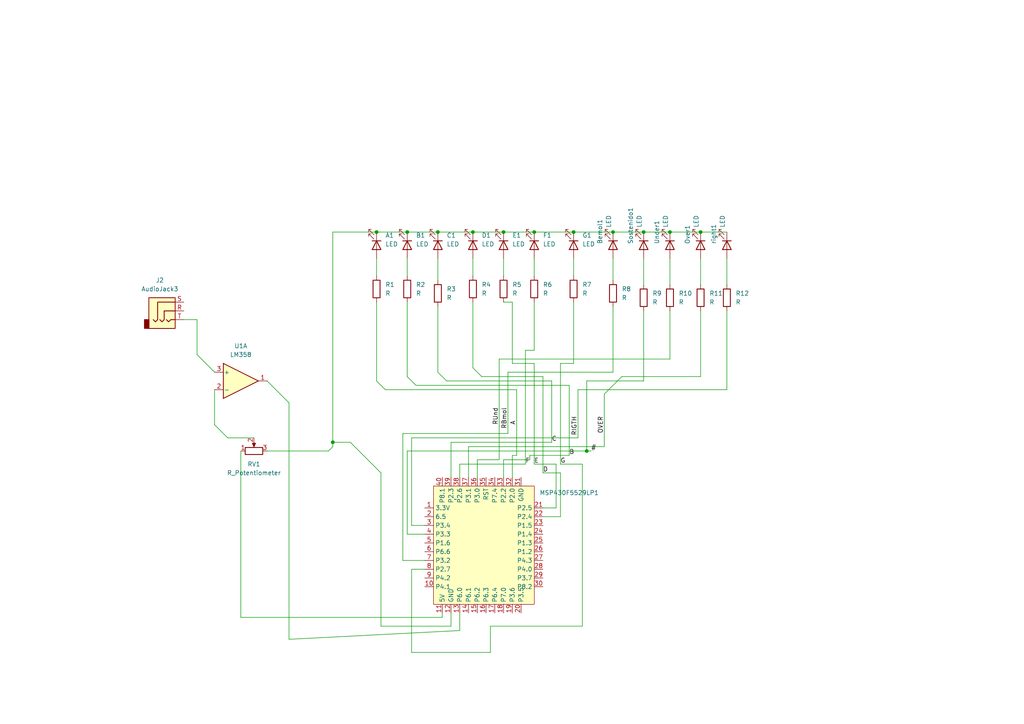
<source format=kicad_sch>
(kicad_sch (version 20230121) (generator eeschema)
  (paper "A4")
  (lib_symbols
    (symbol "Amplifier_Operational:LM358" (pin_names (offset 0.127))
      (property "Reference" "U" (at 0 5.08 0))
      (property "Value" "LM358" (at 0 -5.08 0))
      (symbol "LM358_1_1"
        (polyline (pts (xy -5.08 5.08) (xy 5.08 0) (xy -5.08 -5.08) (xy -5.08 5.08)) (stroke (width 0.254)) (fill (type background)))
        (pin output line (at 7.62 0 180) (length 2.54) (name "~") (number "1"))
        (pin input line (at -7.62 -2.54 0) (length 2.54) (name "-") (number "2"))
        (pin input line (at -7.62 2.54 0) (length 2.54) (name "+") (number "3"))
      )
      (symbol "LM358_2_1"
        (polyline (pts (xy -5.08 5.08) (xy 5.08 0) (xy -5.08 -5.08) (xy -5.08 5.08)) (stroke (width 0.254)) (fill (type background)))
        (pin input line (at -7.62 2.54 0) (length 2.54) (name "+") (number "5"))
        (pin input line (at -7.62 -2.54 0) (length 2.54) (name "-") (number "6"))
        (pin output line (at 7.62 0 180) (length 2.54) (name "~") (number "7"))
      )
      (symbol "LM358_3_1"
        (pin power_in line (at -2.54 -7.62 90) (length 3.81) (name "V-") (number "4"))
        (pin power_in line (at -2.54 7.62 270) (length 3.81) (name "V+") (number "8"))
      )
    )
    (symbol "Connector_Audio:AudioJack3"
      (property "Reference" "J" (at 0 8.89 0))
      (property "Value" "AudioJack3" (at 0 6.35 0))
      (symbol "AudioJack3_0_1"
        (rectangle (start -5.08 -5.08) (end -6.35 -2.54) (stroke (width 0.254)) (fill (type outline)))
        (polyline (pts (xy 0 -2.54) (xy 0.635 -3.175) (xy 1.27 -2.54) (xy 2.54 -2.54)) (stroke (width 0.254)))
        (polyline (pts (xy -1.905 -2.54) (xy -1.27 -3.175) (xy -0.635 -2.54) (xy -0.635 0) (xy 2.54 0)) (stroke (width 0.254)))
        (polyline (pts (xy 2.54 2.54) (xy -2.54 2.54) (xy -2.54 -2.54) (xy -3.175 -3.175) (xy -3.81 -2.54)) (stroke (width 0.254)))
        (rectangle (start 2.54 3.81) (end -5.08 -5.08) (stroke (width 0.254)) (fill (type background)))
      )
      (symbol "AudioJack3_1_1"
        (pin passive line (at 5.08 0 180) (length 2.54) (name "~") (number "R"))
        (pin passive line (at 5.08 2.54 180) (length 2.54) (name "~") (number "S"))
        (pin passive line (at 5.08 -2.54 180) (length 2.54) (name "~") (number "T"))
      )
    )
    (symbol "Device:LED" (pin_numbers hide) (pin_names (offset 1.016) hide)
      (property "Reference" "D" (at 0 2.54 0))
      (property "Value" "LED" (at 0 -2.54 0))
      (symbol "LED_0_1"
        (polyline (pts (xy -1.27 -1.27) (xy -1.27 1.27)) (stroke (width 0.254)))
        (polyline (pts (xy -1.27 0) (xy 1.27 0)))
        (polyline (pts (xy 1.27 -1.27) (xy 1.27 1.27) (xy -1.27 0) (xy 1.27 -1.27)) (stroke (width 0.254)))
        (polyline (pts (xy -3.048 -0.762) (xy -4.572 -2.286) (xy -3.81 -2.286) (xy -4.572 -2.286) (xy -4.572 -1.524)))
        (polyline (pts (xy -1.778 -0.762) (xy -3.302 -2.286) (xy -2.54 -2.286) (xy -3.302 -2.286) (xy -3.302 -1.524)))
      )
      (symbol "LED_1_1"
        (pin passive line (at -3.81 0 0) (length 2.54) (name "K") (number "1"))
        (pin passive line (at 3.81 0 180) (length 2.54) (name "A") (number "2"))
      )
    )
    (symbol "Device:R" (pin_numbers hide) (pin_names (offset 0))
      (property "Reference" "R" (at 2.032 0 90))
      (property "Value" "R" (at 0 0 90))
      (symbol "R_0_1"
        (rectangle (start -1.016 -2.54) (end 1.016 2.54) (stroke (width 0.254)))
      )
      (symbol "R_1_1"
        (pin passive line (at 0 3.81 270) (length 1.27) (name "~") (number "1"))
        (pin passive line (at 0 -3.81 90) (length 1.27) (name "~") (number "2"))
      )
    )
    (symbol "Device:R_Potentiometer" (pin_names (offset 1.016) hide)
      (property "Reference" "RV" (at -4.445 0 90))
      (property "Value" "R_Potentiometer" (at -2.54 0 90))
      (symbol "R_Potentiometer_0_1"
        (polyline (pts (xy 2.54 0) (xy 1.524 0)))
        (polyline (pts (xy 1.143 0) (xy 2.286 0.508) (xy 2.286 -0.508) (xy 1.143 0)) (fill (type outline)))
        (rectangle (start 1.016 2.54) (end -1.016 -2.54) (stroke (width 0.254)))
      )
      (symbol "R_Potentiometer_1_1"
        (pin passive line (at 0 3.81 270) (length 1.27) (name "1") (number "1"))
        (pin passive line (at 3.81 0 180) (length 1.27) (name "2") (number "2"))
        (pin passive line (at 0 -3.81 90) (length 1.27) (name "3") (number "3"))
      )
    )
    (symbol "MSP430F5529LP_CADs:MSP430F5529LP"
      (property "Reference" "MSP430F5529LP" (at 8.89 -11.43 0))
      (symbol "MSP430F5529LP_1_1"
        (rectangle (start -6.35 3.81) (end 22.86 -30.48) (fill (type background)))
        (pin output line (at -8.89 -2.54 0) (length 2.54) (name "3.3V") (number "1"))
        (pin bidirectional line (at -8.89 -25.4 0) (length 2.54) (name "P4.1") (number "10"))
        (pin output line (at -3.81 -33.02 90) (length 2.54) (name "5V") (number "11"))
        (pin input line (at -1.27 -33.02 90) (length 2.54) (name "GND") (number "12"))
        (pin bidirectional line (at 1.27 -33.02 90) (length 2.54) (name "P6.0") (number "13"))
        (pin bidirectional line (at 3.81 -33.02 90) (length 2.54) (name "P6.1") (number "14"))
        (pin bidirectional line (at 6.35 -33.02 90) (length 2.54) (name "P6.2") (number "15"))
        (pin bidirectional line (at 8.89 -33.02 90) (length 2.54) (name "P6.3") (number "16"))
        (pin bidirectional line (at 11.43 -33.02 90) (length 2.54) (name "P6.4") (number "17"))
        (pin bidirectional line (at 13.97 -33.02 90) (length 2.54) (name "P7.0") (number "18"))
        (pin bidirectional line (at 16.51 -33.02 90) (length 2.54) (name "P3.6") (number "19"))
        (pin bidirectional line (at -8.89 -5.08 0) (length 2.54) (name "6.5") (number "2"))
        (pin bidirectional line (at 19.05 -33.02 90) (length 2.54) (name "P3.5") (number "20"))
        (pin bidirectional line (at 25.4 -2.54 180) (length 2.54) (name "P2.5") (number "21"))
        (pin bidirectional line (at 25.4 -5.08 180) (length 2.54) (name "P2.4") (number "22"))
        (pin bidirectional line (at 25.4 -7.62 180) (length 2.54) (name "P1.5") (number "23"))
        (pin bidirectional line (at 25.4 -10.16 180) (length 2.54) (name "P1.4") (number "24"))
        (pin bidirectional line (at 25.4 -12.7 180) (length 2.54) (name "P1.3") (number "25"))
        (pin bidirectional line (at 25.4 -15.24 180) (length 2.54) (name "P1.2") (number "26"))
        (pin bidirectional line (at 25.4 -17.78 180) (length 2.54) (name "P4.3") (number "27"))
        (pin bidirectional line (at 25.4 -20.32 180) (length 2.54) (name "P4.0") (number "28"))
        (pin bidirectional line (at 25.4 -22.86 180) (length 2.54) (name "P3.7") (number "29"))
        (pin bidirectional line (at -8.89 -7.62 0) (length 2.54) (name "P3.4") (number "3"))
        (pin bidirectional line (at 25.4 -25.4 180) (length 2.54) (name "P8.2") (number "30"))
        (pin input line (at 19.05 6.35 270) (length 2.54) (name "GND") (number "31"))
        (pin bidirectional line (at 16.51 6.35 270) (length 2.54) (name "P2.0") (number "32"))
        (pin bidirectional line (at 13.97 6.35 270) (length 2.54) (name "P2.2") (number "33"))
        (pin bidirectional line (at 11.43 6.35 270) (length 2.54) (name "P7.4") (number "34"))
        (pin input line (at 8.89 6.35 270) (length 2.54) (name "RST") (number "35"))
        (pin bidirectional line (at 6.35 6.35 270) (length 2.54) (name "P3.0") (number "36"))
        (pin bidirectional line (at 3.81 6.35 270) (length 2.54) (name "P3.1") (number "37"))
        (pin bidirectional line (at 1.27 6.35 270) (length 2.54) (name "P2.6") (number "38"))
        (pin bidirectional line (at -1.27 6.35 270) (length 2.54) (name "P2.3") (number "39"))
        (pin bidirectional line (at -8.89 -10.16 0) (length 2.54) (name "P3.3") (number "4"))
        (pin bidirectional line (at -3.81 6.35 270) (length 2.54) (name "P8.1") (number "40"))
        (pin bidirectional line (at -8.89 -12.7 0) (length 2.54) (name "P1.6") (number "5"))
        (pin bidirectional line (at -8.89 -15.24 0) (length 2.54) (name "P6.6") (number "6"))
        (pin bidirectional line (at -8.89 -17.78 0) (length 2.54) (name "P3.2") (number "7"))
        (pin bidirectional line (at -8.89 -20.32 0) (length 2.54) (name "P2.7") (number "8"))
        (pin bidirectional line (at -8.89 -22.86 0) (length 2.54) (name "P4.2") (number "9"))
      )
    )
  )
  (junction (at 154.94 67.31))
  (junction (at 203.2 67.31))
  (junction (at 177.8 67.31))
  (junction (at 118.11 67.31))
  (junction (at 96.52 128.27))
  (junction (at 194.31 67.31))
  (junction (at 137.16 67.31))
  (junction (at 109.22 67.31))
  (junction (at 127 67.31))
  (junction (at 166.37 67.31))
  (junction (at 186.69 67.31))
  (junction (at 170.18 130.81))
  (junction (at 146.05 67.31))
  (wire (pts (xy 128.27 177.8) (xy 128.27 179.07)))
  (wire (pts (xy 154.94 105.41) (xy 154.94 134.62)))
  (wire (pts (xy 130.81 128.27) (xy 130.81 138.43)))
  (wire (pts (xy 194.31 90.17) (xy 194.31 104.14)))
  (wire (pts (xy 139.7 109.22) (xy 137.16 106.68)))
  (wire (pts (xy 154.94 74.93) (xy 154.94 80.01)))
  (wire (pts (xy 138.43 133.35) (xy 144.78 133.35)))
  (wire (pts (xy 96.52 128.27) (xy 101.6 128.27)))
  (wire (pts (xy 146.05 133.35) (xy 153.67 133.35)))
  (wire (pts (xy 83.82 116.84) (xy 77.47 110.49)))
  (wire (pts (xy 203.2 67.31) (xy 210.82 67.31)))
  (wire (pts (xy 53.34 92.71) (xy 57.15 92.71)))
  (wire (pts (xy 157.48 109.22) (xy 157.48 137.16)))
  (wire (pts (xy 153.67 132.08) (xy 153.67 133.35)))
  (wire (pts (xy 133.35 134.62) (xy 152.4 134.62)))
  (wire (pts (xy 69.85 130.81) (xy 69.85 179.07)))
  (wire (pts (xy 116.84 125.73) (xy 147.32 125.73)))
  (wire (pts (xy 135.89 129.54) (xy 135.89 138.43)))
  (wire (pts (xy 170.18 110.49) (xy 186.69 110.49)))
  (wire (pts (xy 118.11 154.94) (xy 123.19 154.94)))
  (wire (pts (xy 167.64 113.03) (xy 167.64 127)))
  (wire (pts (xy 62.23 123.19) (xy 66.04 127)))
  (wire (pts (xy 210.82 74.93) (xy 210.82 82.55)))
  (wire (pts (xy 119.38 165.1) (xy 123.19 165.1)))
  (wire (pts (xy 160.02 110.49) (xy 129.54 110.49)))
  (wire (pts (xy 127 88.9) (xy 127 107.95)))
  (wire (pts (xy 142.24 181.61) (xy 168.91 181.61)))
  (wire (pts (xy 95.25 130.81) (xy 96.52 129.54)))
  (wire (pts (xy 119.38 152.4) (xy 123.19 152.4)))
  (wire (pts (xy 148.59 87.63) (xy 146.05 87.63)))
  (wire (pts (xy 127 67.31) (xy 137.16 67.31)))
  (wire (pts (xy 83.82 116.84) (xy 83.82 185.42)))
  (wire (pts (xy 116.84 125.73) (xy 116.84 162.56)))
  (wire (pts (xy 166.37 74.93) (xy 166.37 80.01)))
  (wire (pts (xy 96.52 67.31) (xy 109.22 67.31)))
  (wire (pts (xy 119.38 127) (xy 167.64 127)))
  (wire (pts (xy 77.47 130.81) (xy 95.25 130.81)))
  (wire (pts (xy 162.56 137.16) (xy 162.56 149.86)))
  (wire (pts (xy 118.11 130.81) (xy 170.18 130.81)))
  (wire (pts (xy 135.89 129.54) (xy 175.26 129.54)))
  (wire (pts (xy 157.48 109.22) (xy 139.7 109.22)))
  (wire (pts (xy 177.8 74.93) (xy 177.8 81.28)))
  (wire (pts (xy 171.45 130.81) (xy 170.18 130.81)))
  (wire (pts (xy 137.16 74.93) (xy 137.16 80.01)))
  (wire (pts (xy 133.35 177.8) (xy 133.35 182.88)))
  (wire (pts (xy 148.59 132.08) (xy 148.59 138.43)))
  (wire (pts (xy 146.05 67.31) (xy 154.94 67.31)))
  (wire (pts (xy 119.38 127) (xy 119.38 152.4)))
  (wire (pts (xy 147.32 107.95) (xy 147.32 125.73)))
  (wire (pts (xy 116.84 162.56) (xy 123.19 162.56)))
  (wire (pts (xy 110.49 181.61) (xy 110.49 137.16)))
  (wire (pts (xy 130.81 177.8) (xy 130.81 181.61)))
  (wire (pts (xy 73.66 127) (xy 66.04 127)))
  (wire (pts (xy 57.15 92.71) (xy 57.15 102.87)))
  (wire (pts (xy 148.59 132.08) (xy 149.86 132.08)))
  (wire (pts (xy 96.52 67.31) (xy 96.52 128.27)))
  (wire (pts (xy 130.81 128.27) (xy 160.02 128.27)))
  (wire (pts (xy 186.69 90.17) (xy 186.69 110.49)))
  (wire (pts (xy 170.18 110.49) (xy 170.18 130.81)))
  (wire (pts (xy 110.49 181.61) (xy 130.81 181.61)))
  (wire (pts (xy 161.29 134.62) (xy 161.29 147.32)))
  (wire (pts (xy 144.78 104.14) (xy 194.31 104.14)))
  (wire (pts (xy 177.8 88.9) (xy 177.8 107.95)))
  (wire (pts (xy 146.05 74.93) (xy 146.05 80.01)))
  (wire (pts (xy 118.11 87.63) (xy 118.11 109.22)))
  (wire (pts (xy 210.82 90.17) (xy 210.82 113.03)))
  (wire (pts (xy 157.48 147.32) (xy 161.29 147.32)))
  (wire (pts (xy 186.69 74.93) (xy 186.69 82.55)))
  (wire (pts (xy 157.48 137.16) (xy 162.56 137.16)))
  (wire (pts (xy 118.11 74.93) (xy 118.11 80.01)))
  (wire (pts (xy 154.94 67.31) (xy 166.37 67.31)))
  (wire (pts (xy 165.1 132.08) (xy 153.67 132.08)))
  (wire (pts (xy 137.16 87.63) (xy 137.16 106.68)))
  (wire (pts (xy 203.2 74.93) (xy 203.2 82.55)))
  (wire (pts (xy 109.22 87.63) (xy 109.22 110.49)))
  (wire (pts (xy 147.32 107.95) (xy 177.8 107.95)))
  (wire (pts (xy 109.22 67.31) (xy 118.11 67.31)))
  (wire (pts (xy 109.22 74.93) (xy 109.22 80.01)))
  (wire (pts (xy 149.86 113.03) (xy 111.76 113.03)))
  (wire (pts (xy 118.11 67.31) (xy 127 67.31)))
  (wire (pts (xy 194.31 67.31) (xy 203.2 67.31)))
  (wire (pts (xy 157.48 149.86) (xy 162.56 149.86)))
  (wire (pts (xy 83.82 185.42) (xy 133.35 182.88)))
  (wire (pts (xy 162.56 105.41) (xy 162.56 134.62)))
  (wire (pts (xy 118.11 130.81) (xy 118.11 154.94)))
  (wire (pts (xy 120.65 111.76) (xy 118.11 109.22)))
  (wire (pts (xy 180.34 109.22) (xy 175.26 114.3)))
  (wire (pts (xy 167.64 113.03) (xy 210.82 113.03)))
  (wire (pts (xy 162.56 134.62) (xy 168.91 134.62)))
  (wire (pts (xy 166.37 87.63) (xy 166.37 105.41)))
  (wire (pts (xy 165.1 111.76) (xy 120.65 111.76)))
  (wire (pts (xy 69.85 179.07) (xy 128.27 179.07)))
  (wire (pts (xy 142.24 181.61) (xy 142.24 189.23)))
  (wire (pts (xy 119.38 165.1) (xy 119.38 189.23)))
  (wire (pts (xy 133.35 134.62) (xy 133.35 138.43)))
  (wire (pts (xy 203.2 109.22) (xy 180.34 109.22)))
  (wire (pts (xy 138.43 133.35) (xy 138.43 138.43)))
  (wire (pts (xy 111.76 113.03) (xy 109.22 110.49)))
  (wire (pts (xy 57.15 102.87) (xy 62.23 107.95)))
  (wire (pts (xy 154.94 101.6) (xy 152.4 101.6)))
  (wire (pts (xy 144.78 104.14) (xy 144.78 133.35)))
  (wire (pts (xy 152.4 101.6) (xy 152.4 134.62)))
  (wire (pts (xy 148.59 105.41) (xy 154.94 105.41)))
  (wire (pts (xy 62.23 113.03) (xy 62.23 123.19)))
  (wire (pts (xy 96.52 128.27) (xy 96.52 129.54)))
  (wire (pts (xy 177.8 67.31) (xy 186.69 67.31)))
  (wire (pts (xy 129.54 110.49) (xy 127 107.95)))
  (wire (pts (xy 203.2 90.17) (xy 203.2 109.22)))
  (wire (pts (xy 165.1 111.76) (xy 165.1 132.08)))
  (wire (pts (xy 194.31 74.93) (xy 194.31 82.55)))
  (wire (pts (xy 186.69 67.31) (xy 194.31 67.31)))
  (wire (pts (xy 148.59 87.63) (xy 148.59 105.41)))
  (wire (pts (xy 137.16 67.31) (xy 146.05 67.31)))
  (wire (pts (xy 149.86 113.03) (xy 149.86 132.08)))
  (wire (pts (xy 154.94 134.62) (xy 161.29 134.62)))
  (wire (pts (xy 168.91 134.62) (xy 168.91 181.61)))
  (wire (pts (xy 166.37 67.31) (xy 177.8 67.31)))
  (wire (pts (xy 175.26 114.3) (xy 175.26 129.54)))
  (wire (pts (xy 166.37 105.41) (xy 162.56 105.41)))
  (wire (pts (xy 127 74.93) (xy 127 81.28)))
  (wire (pts (xy 160.02 110.49) (xy 160.02 128.27)))
  (wire (pts (xy 119.38 189.23) (xy 142.24 189.23)))
  (wire (pts (xy 154.94 87.63) (xy 154.94 101.6)))
  (wire (pts (xy 146.05 133.35) (xy 146.05 138.43)))
  (wire (pts (xy 110.49 137.16) (xy 101.6 128.27)))
  (label "RIGTH" (at 167.64 120.65 270))
  (label "A" (at 149.86 121.92 270))
  (label "E" (at 154.94 134.62 0))
  (label "OVER" (at 175.26 120.65 270))
  (label "D" (at 157.48 137.16 0))
  (label "RUnd" (at 144.78 118.11 270))
  (label "RBmol" (at 147.32 118.11 270))
  (label "G" (at 162.56 134.62 0))
  (label "B" (at 165.1 132.08 0))
  (label "F" (at 152.4 134.62 0))
  (label "C" (at 160.02 128.27 0))
  (label "#" (at 171.45 130.81 0))
  (symbol (lib_id "Device:LED") (at 166.37 71.12 270) (unit 1)
    (property "Reference" "G1" (at 168.91 68.2625 90) (effects (justify left)))
    (property "Value" "LED" (at 168.91 70.8025 90) (effects (justify left)))
    (property "Footprint" "LED_SMD:LED_2512_6332Metric_Pad1.52x3.35mm_HandSolder" (effects hide))
  )
  (symbol (lib_id "Device:R") (at 186.69 86.36 0) (unit 1)
    (property "Reference" "R9" (at 189.23 85.09 0) (effects (justify left)))
    (property "Value" "R" (at 189.23 87.63 0) (effects (justify left)))
    (property "Footprint" "Resistor_SMD:R_1206_3216Metric_Pad1.30x1.75mm_HandSolder" (effects hide))
  )
  (symbol (lib_id "Device:LED") (at 137.16 71.12 270) (unit 1)
    (property "Reference" "D1" (at 139.7 68.2625 90) (effects (justify left)))
    (property "Value" "LED" (at 139.7 70.8025 90) (effects (justify left)))
    (property "Footprint" "LED_SMD:LED_2512_6332Metric_Pad1.52x3.35mm_HandSolder" (effects hide))
  )
  (symbol (lib_id "Device:R") (at 210.82 86.36 0) (unit 1)
    (property "Reference" "R12" (at 213.36 85.09 0) (effects (justify left)))
    (property "Value" "R" (at 213.36 87.63 0) (effects (justify left)))
    (property "Footprint" "Resistor_SMD:R_1206_3216Metric_Pad1.30x1.75mm_HandSolder" (effects hide))
  )
  (symbol (lib_id "Amplifier_Operational:LM358") (at 69.85 110.49 0) (unit 1)
    (property "Reference" "U1" (at 69.85 100.33 0))
    (property "Value" "LM358" (at 69.85 102.87 0))
    (property "Footprint" "Package_DIP:DIP-8_W7.62mm_Socket" (effects hide))
    (property "Datasheet" "http://www.ti.com/lit/ds/symlink/lm2904-n.pdf" (effects hide))
  )
  (symbol (lib_id "Device:R") (at 194.31 86.36 0) (unit 1)
    (property "Reference" "R10" (at 196.85 85.09 0) (effects (justify left)))
    (property "Value" "R" (at 196.85 87.63 0) (effects (justify left)))
    (property "Footprint" "Resistor_SMD:R_1206_3216Metric_Pad1.30x1.75mm_HandSolder" (effects hide))
  )
  (symbol (lib_id "Device:R") (at 146.05 83.82 0) (unit 1)
    (property "Reference" "R5" (at 148.59 82.55 0) (effects (justify left)))
    (property "Value" "R" (at 148.59 85.09 0) (effects (justify left)))
    (property "Footprint" "Resistor_SMD:R_1206_3216Metric_Pad1.30x1.75mm_HandSolder" (effects hide))
  )
  (symbol (lib_id "Device:LED") (at 109.22 71.12 270) (unit 1)
    (property "Reference" "A1" (at 111.76 68.2625 90) (effects (justify left)))
    (property "Value" "LED" (at 111.76 70.8025 90) (effects (justify left)))
    (property "Footprint" "LED_SMD:LED_2512_6332Metric_Pad1.52x3.35mm_HandSolder" (effects hide))
  )
  (symbol (lib_id "Device:LED") (at 127 71.12 270) (unit 1)
    (property "Reference" "C1" (at 129.54 68.2625 90) (effects (justify left)))
    (property "Value" "LED" (at 129.54 70.8025 90) (effects (justify left)))
    (property "Footprint" "LED_SMD:LED_2512_6332Metric_Pad1.52x3.35mm_HandSolder" (effects hide))
  )
  (symbol (lib_id "MSP430F5529LP_CADs:MSP430F5529LP") (at 132.08 144.78 0) (unit 1)
    (property "Reference" "MSP430F5529LP1" (at 165.1 142.9319 0))
    (property "Value" "~" (at 132.08 144.78 0))
    (property "Footprint" "MSP430F5529:MSP430F5529LP" (effects hide))
  )
  (symbol (lib_id "Device:R") (at 137.16 83.82 0) (unit 1)
    (property "Reference" "R4" (at 139.7 82.55 0) (effects (justify left)))
    (property "Value" "R" (at 139.7 85.09 0) (effects (justify left)))
    (property "Footprint" "Resistor_SMD:R_1206_3216Metric_Pad1.30x1.75mm_HandSolder" (effects hide))
  )
  (symbol (lib_id "Device:R") (at 177.8 85.09 0) (unit 1)
    (property "Reference" "R8" (at 180.34 83.82 0) (effects (justify left)))
    (property "Value" "R" (at 180.34 86.36 0) (effects (justify left)))
    (property "Footprint" "Resistor_SMD:R_1206_3216Metric_Pad1.30x1.75mm_HandSolder" (effects hide))
  )
  (symbol (lib_id "Device:LED") (at 118.11 71.12 270) (unit 1)
    (property "Reference" "B1" (at 120.65 68.2625 90) (effects (justify left)))
    (property "Value" "LED" (at 120.65 70.8025 90) (effects (justify left)))
    (property "Footprint" "LED_SMD:LED_2512_6332Metric_Pad1.52x3.35mm_HandSolder" (effects hide))
  )
  (symbol (lib_id "Device:R") (at 118.11 83.82 0) (unit 1)
    (property "Reference" "R2" (at 120.65 82.55 0) (effects (justify left)))
    (property "Value" "R" (at 120.65 85.09 0) (effects (justify left)))
    (property "Footprint" "Resistor_SMD:R_1206_3216Metric_Pad1.30x1.75mm_HandSolder" (effects hide))
  )
  (symbol (lib_id "Device:R") (at 109.22 83.82 0) (unit 1)
    (property "Reference" "R1" (at 111.76 82.55 0) (effects (justify left)))
    (property "Value" "R" (at 111.76 85.09 0) (effects (justify left)))
    (property "Footprint" "Resistor_SMD:R_1206_3216Metric_Pad1.30x1.75mm_HandSolder" (effects hide))
  )
  (symbol (lib_id "Device:R") (at 166.37 83.82 0) (unit 1)
    (property "Reference" "R7" (at 168.91 82.55 0) (effects (justify left)))
    (property "Value" "R" (at 168.91 85.09 0) (effects (justify left)))
    (property "Footprint" "Resistor_SMD:R_1206_3216Metric_Pad1.30x1.75mm_HandSolder" (effects hide))
  )
  (symbol (lib_id "Device:LED") (at 194.31 71.12 270) (unit 1)
    (property "Reference" "Under1" (at 190.5 70.8025 0) (effects (justify right)))
    (property "Value" "LED" (at 193.04 66.04 0) (effects (justify right)))
    (property "Footprint" "LED_SMD:LED_1210_3225Metric_Pad1.42x2.65mm_HandSolder" (effects hide))
  )
  (symbol (lib_id "Device:LED") (at 203.2 71.12 270) (unit 1)
    (property "Reference" "Over1" (at 199.39 70.8025 0) (effects (justify right)))
    (property "Value" "LED" (at 201.93 66.04 0) (effects (justify right)))
    (property "Footprint" "LED_SMD:LED_1210_3225Metric_Pad1.42x2.65mm_HandSolder" (effects hide))
  )
  (symbol (lib_id "Device:LED") (at 177.8 71.12 270) (unit 1)
    (property "Reference" "Bemol1" (at 173.99 70.8025 0) (effects (justify right)))
    (property "Value" "LED" (at 176.53 66.04 0) (effects (justify right)))
    (property "Footprint" "LED_SMD:LED_1210_3225Metric_Pad1.42x2.65mm_HandSolder" (effects hide))
  )
  (symbol (lib_id "Device:LED") (at 146.05 71.12 270) (unit 1)
    (property "Reference" "E1" (at 148.59 68.2625 90) (effects (justify left)))
    (property "Value" "LED" (at 148.59 70.8025 90) (effects (justify left)))
    (property "Footprint" "LED_SMD:LED_2512_6332Metric_Pad1.52x3.35mm_HandSolder" (effects hide))
  )
  (symbol (lib_id "Device:LED") (at 210.82 71.12 270) (unit 1)
    (property "Reference" "right1" (at 207.01 70.8025 0) (effects (justify right)))
    (property "Value" "LED" (at 209.55 66.04 0) (effects (justify right)))
    (property "Footprint" "LED_SMD:LED_1210_3225Metric_Pad1.42x2.65mm_HandSolder" (effects hide))
  )
  (symbol (lib_id "Connector_Audio:AudioJack3") (at 48.26 90.17 0) (unit 1)
    (property "Reference" "J2" (at 46.355 81.28 0))
    (property "Value" "AudioJack3" (at 46.355 83.82 0))
    (property "Footprint" "Connector_Audio:Jack_6.35mm_Neutrik_NMJ6HFD3_Horizontal" (effects hide))
  )
  (symbol (lib_id "Device:LED") (at 186.69 71.12 270) (unit 1)
    (property "Reference" "Sostenido1" (at 182.88 70.8025 0) (effects (justify right)))
    (property "Value" "LED" (at 185.42 66.04 0) (effects (justify right)))
    (property "Footprint" "LED_SMD:LED_1210_3225Metric_Pad1.42x2.65mm_HandSolder" (effects hide))
  )
  (symbol (lib_id "Device:LED") (at 154.94 71.12 270) (unit 1)
    (property "Reference" "F1" (at 157.48 68.2625 90) (effects (justify left)))
    (property "Value" "LED" (at 157.48 70.8025 90) (effects (justify left)))
    (property "Footprint" "LED_SMD:LED_2512_6332Metric_Pad1.52x3.35mm_HandSolder" (effects hide))
  )
  (symbol (lib_id "Device:R") (at 154.94 83.82 0) (unit 1)
    (property "Reference" "R6" (at 157.48 82.55 0) (effects (justify left)))
    (property "Value" "R" (at 157.48 85.09 0) (effects (justify left)))
    (property "Footprint" "Resistor_SMD:R_1206_3216Metric_Pad1.30x1.75mm_HandSolder" (effects hide))
  )
  (symbol (lib_id "Device:R_Potentiometer") (at 73.66 130.81 90) (unit 1)
    (property "Reference" "RV1" (at 73.66 134.62 90))
    (property "Value" "R_Potentiometer" (at 73.66 137.16 90))
    (property "Footprint" "Potentiometer_THT:Potentiometer_ACP_CA14-H2,5_Horizontal" (effects hide))
  )
  (symbol (lib_id "Device:R") (at 127 85.09 0) (unit 1)
    (property "Reference" "R3" (at 129.54 83.82 0) (effects (justify left)))
    (property "Value" "R" (at 129.54 86.36 0) (effects (justify left)))
    (property "Footprint" "Resistor_SMD:R_1206_3216Metric_Pad1.30x1.75mm_HandSolder" (effects hide))
  )
  (symbol (lib_id "Device:R") (at 203.2 86.36 0) (unit 1)
    (property "Reference" "R11" (at 205.74 85.09 0) (effects (justify left)))
    (property "Value" "R" (at 205.74 87.63 0) (effects (justify left)))
    (property "Footprint" "Resistor_SMD:R_1206_3216Metric_Pad1.30x1.75mm_HandSolder" (effects hide))
  )
)
</source>
